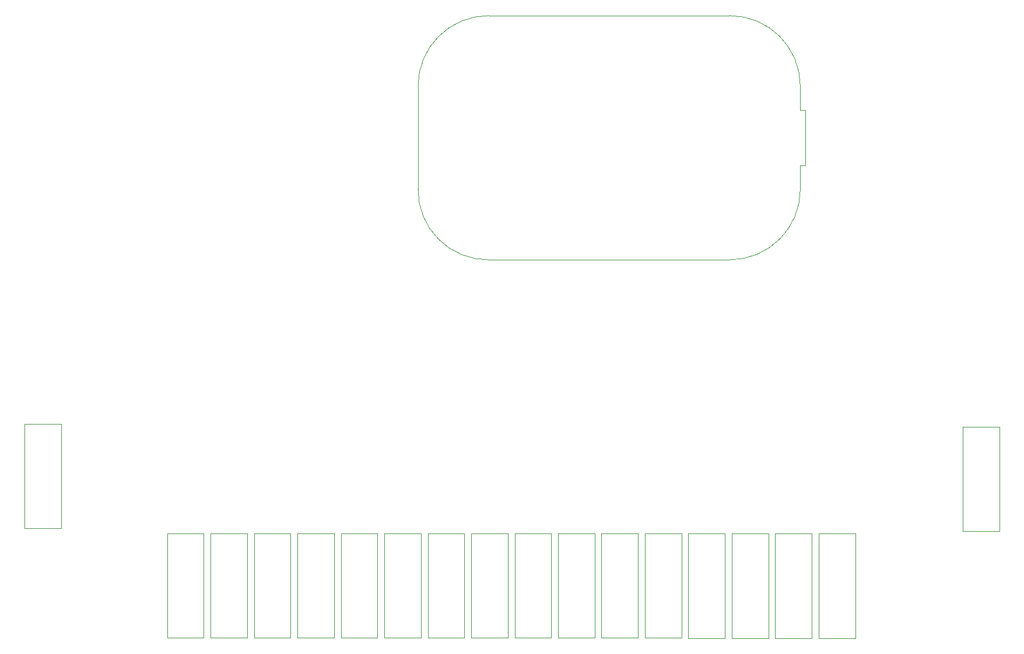
<source format=gbr>
G04 #@! TF.GenerationSoftware,KiCad,Pcbnew,(5.1.6)-1*
G04 #@! TF.CreationDate,2020-09-25T16:17:49-04:00*
G04 #@! TF.ProjectId,PB_16,50425f31-362e-46b6-9963-61645f706362,v2*
G04 #@! TF.SameCoordinates,Original*
G04 #@! TF.FileFunction,Other,ECO1*
%FSLAX46Y46*%
G04 Gerber Fmt 4.6, Leading zero omitted, Abs format (unit mm)*
G04 Created by KiCad (PCBNEW (5.1.6)-1) date 2020-09-25 16:17:49*
%MOMM*%
%LPD*%
G01*
G04 APERTURE LIST*
%ADD10C,0.050000*%
G04 APERTURE END LIST*
D10*
X185860360Y-83244600D02*
X185160360Y-83244600D01*
X185860360Y-75244600D02*
X185860360Y-83244600D01*
X185160360Y-75244600D02*
X185860360Y-75244600D01*
X185160360Y-83244600D02*
X185160360Y-86744600D01*
X185160360Y-71744600D02*
X185160360Y-75244600D01*
X139910360Y-61494600D02*
X174910360Y-61494600D01*
X129660360Y-86744600D02*
X129660360Y-71744600D01*
X174910360Y-96994600D02*
X139910360Y-96994600D01*
X174910360Y-61494600D02*
G75*
G02*
X185160360Y-71744600I0J-10250000D01*
G01*
X129660360Y-71744600D02*
G75*
G02*
X139910360Y-61494600I10250000J0D01*
G01*
X139901657Y-96994630D02*
G75*
G02*
X129660360Y-86744600I-66697J10174660D01*
G01*
X185160360Y-86744600D02*
G75*
G02*
X174910360Y-96994600I-10250000J0D01*
G01*
X214076000Y-136452600D02*
X208776000Y-136452600D01*
X214076000Y-121252600D02*
X214076000Y-136452600D01*
X208776000Y-121252600D02*
X214076000Y-121252600D01*
X208776000Y-136452600D02*
X208776000Y-121252600D01*
X123755464Y-151948600D02*
X118455464Y-151948600D01*
X123755464Y-136748600D02*
X123755464Y-151948600D01*
X118455464Y-136748600D02*
X123755464Y-136748600D01*
X118455464Y-151948600D02*
X118455464Y-136748600D01*
X111142132Y-151953600D02*
X105842132Y-151953600D01*
X111142132Y-136753600D02*
X111142132Y-151953600D01*
X105842132Y-136753600D02*
X111142132Y-136753600D01*
X105842132Y-151953600D02*
X105842132Y-136753600D01*
X193128800Y-152013600D02*
X187828800Y-152013600D01*
X193128800Y-136813600D02*
X193128800Y-152013600D01*
X187828800Y-136813600D02*
X193128800Y-136813600D01*
X187828800Y-152013600D02*
X187828800Y-136813600D01*
X186822124Y-152013600D02*
X181522124Y-152013600D01*
X186822124Y-136813600D02*
X186822124Y-152013600D01*
X181522124Y-136813600D02*
X186822124Y-136813600D01*
X181522124Y-152013600D02*
X181522124Y-136813600D01*
X180515458Y-152013600D02*
X175215458Y-152013600D01*
X180515458Y-136813600D02*
X180515458Y-152013600D01*
X175215458Y-136813600D02*
X180515458Y-136813600D01*
X175215458Y-152013600D02*
X175215458Y-136813600D01*
X174208792Y-152013600D02*
X168908792Y-152013600D01*
X174208792Y-136813600D02*
X174208792Y-152013600D01*
X168908792Y-136813600D02*
X174208792Y-136813600D01*
X168908792Y-152013600D02*
X168908792Y-136813600D01*
X167902126Y-151944800D02*
X162602126Y-151944800D01*
X167902126Y-136744800D02*
X167902126Y-151944800D01*
X162602126Y-136744800D02*
X167902126Y-136744800D01*
X162602126Y-151944800D02*
X162602126Y-136744800D01*
X161595460Y-151948600D02*
X156295460Y-151948600D01*
X161595460Y-136748600D02*
X161595460Y-151948600D01*
X156295460Y-136748600D02*
X161595460Y-136748600D01*
X156295460Y-151948600D02*
X156295460Y-136748600D01*
X155288794Y-151948600D02*
X149988794Y-151948600D01*
X155288794Y-136748600D02*
X155288794Y-151948600D01*
X149988794Y-136748600D02*
X155288794Y-136748600D01*
X149988794Y-151948600D02*
X149988794Y-136748600D01*
X148982128Y-151948600D02*
X143682128Y-151948600D01*
X148982128Y-136748600D02*
X148982128Y-151948600D01*
X143682128Y-136748600D02*
X148982128Y-136748600D01*
X143682128Y-151948600D02*
X143682128Y-136748600D01*
X142675462Y-151948600D02*
X137375462Y-151948600D01*
X142675462Y-136748600D02*
X142675462Y-151948600D01*
X137375462Y-136748600D02*
X142675462Y-136748600D01*
X137375462Y-151948600D02*
X137375462Y-136748600D01*
X136368796Y-151948600D02*
X131068796Y-151948600D01*
X136368796Y-136748600D02*
X136368796Y-151948600D01*
X131068796Y-136748600D02*
X136368796Y-136748600D01*
X131068796Y-151948600D02*
X131068796Y-136748600D01*
X130062130Y-151948600D02*
X124762130Y-151948600D01*
X130062130Y-136748600D02*
X130062130Y-151948600D01*
X124762130Y-136748600D02*
X130062130Y-136748600D01*
X124762130Y-151948600D02*
X124762130Y-136748600D01*
X117448798Y-151953600D02*
X112148798Y-151953600D01*
X117448798Y-136753600D02*
X117448798Y-151953600D01*
X112148798Y-136753600D02*
X117448798Y-136753600D01*
X112148798Y-151953600D02*
X112148798Y-136753600D01*
X104835466Y-151952600D02*
X99535466Y-151952600D01*
X104835466Y-136752600D02*
X104835466Y-151952600D01*
X99535466Y-136752600D02*
X104835466Y-136752600D01*
X99535466Y-151952600D02*
X99535466Y-136752600D01*
X98528800Y-151952600D02*
X93228800Y-151952600D01*
X98528800Y-136752600D02*
X98528800Y-151952600D01*
X93228800Y-136752600D02*
X98528800Y-136752600D01*
X93228800Y-151952600D02*
X93228800Y-136752600D01*
X77828800Y-136052600D02*
X72528800Y-136052600D01*
X77828800Y-120852600D02*
X77828800Y-136052600D01*
X72528800Y-120852600D02*
X77828800Y-120852600D01*
X72528800Y-136052600D02*
X72528800Y-120852600D01*
M02*

</source>
